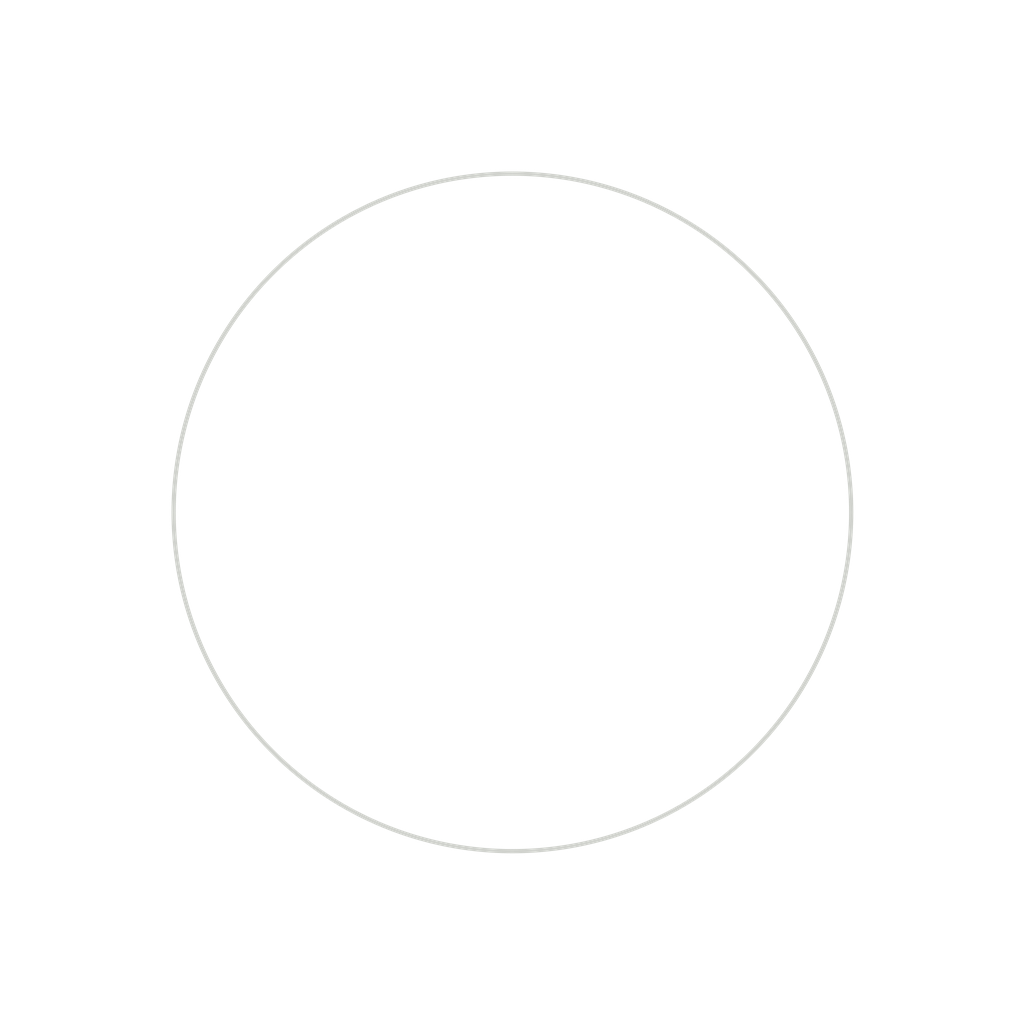
<source format=kicad_pcb>
(kicad_pcb (version 20241229) (generator "pcbnew") (generator_version "9.0")
  (layers (0 "F.Cu" signal) (2 "B.Cu" signal) (13 "F.Paste" user) (15 "B.Paste" user) (5 "F.SilkS" user "F.Silkscreen") (7 "B.SilkS" user "B.Silkscreen") (1 "F.Mask" user) (3 "B.Mask" user) (25 "Edge.Cuts" user))
  (net 0 "")
  (footprint "MountingHole:MountingHole_2.1mm" (layer "F.Cu") (at 200 100)
    (property "Reference" "H1" (hide yes))
    (property "Value" "MountingHole" (hide yes))
    (pad "" np_thru_hole circle (at 0 0) (size 1 1) (drill 1) (layers "*.Cu" "*.Mask"))
  )
  (gr_circle (center 200 100) (end 204 100) (stroke (width 0.05)) (fill no) (layer "Edge.Cuts"))
)
</source>
